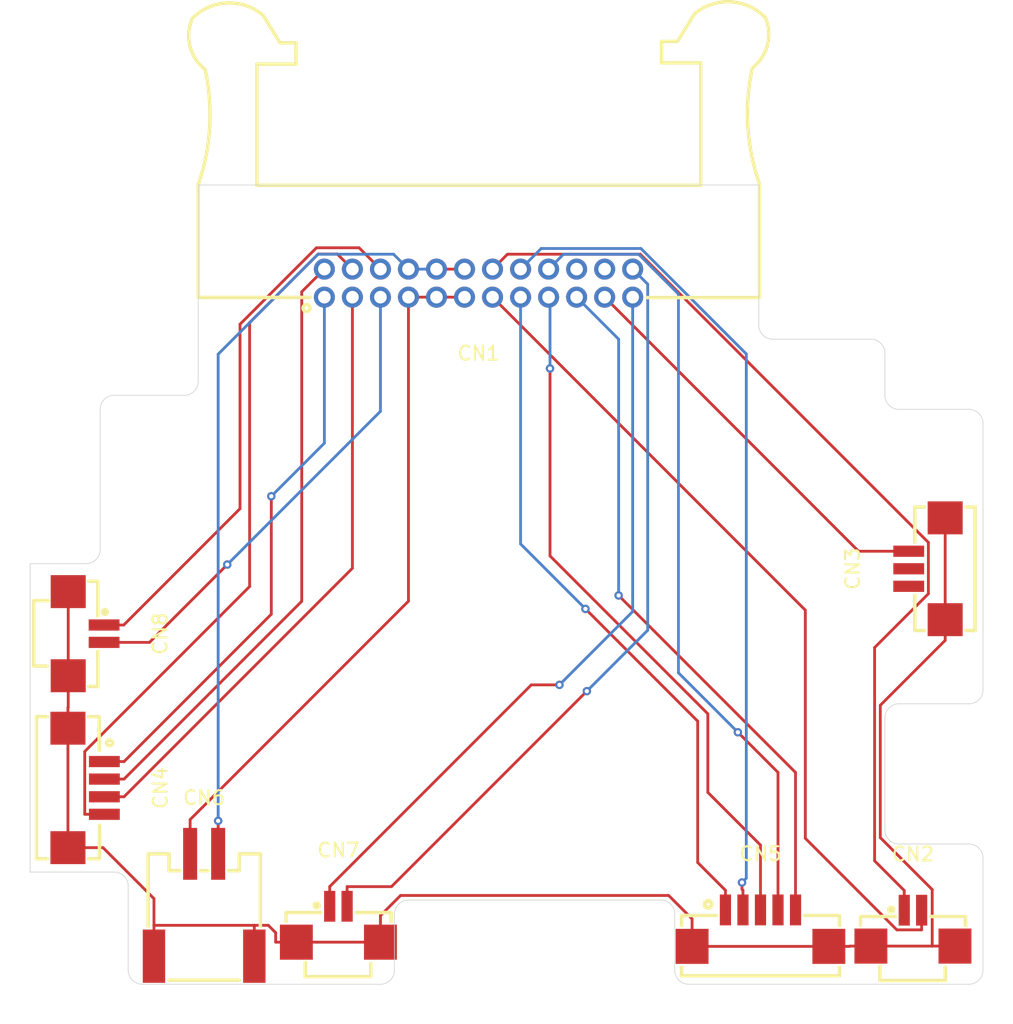
<source format=kicad_pcb>
(kicad_pcb (version 20240108) (generator "pcbnew") (generator_version "8.0")
  (layers (0 "F.Cu" signal) (31 "B.Cu" signal) (34 "B.Paste" user) (35 "F.Paste" user) (36 "B.SilkS" user "B.Silkscreen") (37 "F.SilkS" user "F.Silkscreen") (38 "B.Mask" user) (39 "F.Mask" user) (44 "Edge.Cuts" user))
  (net 0 "")
  (net 1 "Probe #2")
  (net 2 "Probe #1")
  (net 3 "Heater-")
  (net 4 "Heater+")
  (net 5 "Empty \"DET\" #1")
  (net 6 "Probe #4")
  (net 7 "Part Cooling Fan+")
  (net 8 "E Motor #1")
  (net 9 "Termistor-")
  (net 10 "Part Cooling Fan-")
  (net 11 "Empty \"DET\" #2")
  (net 12 "Fan+")
  (net 13 "Thermistor+")
  (net 14 "E Motor #3")
  (net 15 "E Motor #2")
  (net 16 "Probe #3")
  (net 17 "Empty \"DET\" #3")
  (net 18 "Probe #5")
  (net 19 "E Motor #4")
  (net 20 "Fan-")
  (net 21 "GND")
  (footprint "easyeda2kicad:CONN-SMD_2P-P2.00_XKB_X2011WRS-02A-9TSN" (layer "F.Cu") (at 131.42 110.35)
    (property "Reference" "CN6" (at 0 -7.65 0) (layer "F.SilkS"))
    (property "Value" "X2011WRS-02A-9TSN")
    (fp_line (start -4 -3.65) (end -4 1.5) (stroke (width 0.25)) (layer "F.SilkS"))
    (fp_line (start -4 -3.65) (end -2.5 -3.65) (stroke (width 0.25)) (layer "F.SilkS"))
    (fp_line (start -2.5 -3.65) (end -2.5 -2.45) (stroke (width 0.25)) (layer "F.SilkS"))
    (fp_line (start -2.5 -2.45) (end -1.73 -2.45) (stroke (width 0.25)) (layer "F.SilkS"))
    (fp_line (start -2.49 5.36) (end 2.51 5.36) (stroke (width 0.25)) (layer "F.SilkS"))
    (fp_line (start -0.27 -2.45) (end 0.27 -2.45) (stroke (width 0.25)) (layer "F.SilkS"))
    (fp_line (start 1.73 -2.45) (end 2.5 -2.45) (stroke (width 0.25)) (layer "F.SilkS"))
    (fp_line (start 2.5 -3.65) (end 4.01 -3.65) (stroke (width 0.25)) (layer "F.SilkS"))
    (fp_line (start 2.5 -2.45) (end 2.5 -3.65) (stroke (width 0.25)) (layer "F.SilkS"))
    (fp_line (start 4.01 -3.65) (end 4.01 1.53) (stroke (width 0.25)) (layer "F.SilkS"))
    (pad "1" smd rect (at -1 -3.65) (size 1 3.7) (layers "F.Cu" "F.Paste" "F.Mask") (net 4 "Heater+"))
    (pad "2" smd rect (at 1 -3.65) (size 1 3.7) (layers "F.Cu" "F.Paste" "F.Mask") (net 3 "Heater-"))
    (pad "3" smd rect (at 3.58 3.65) (size 1.6 3.8) (layers "F.Cu" "F.Paste" "F.Mask") (net 21 "GND"))
    (pad "4" smd rect (at -3.58 3.65) (size 1.6 3.8) (layers "F.Cu" "F.Paste" "F.Mask") (net 21 "GND"))
  )
  (footprint "easyeda2kicad:CONN-SMD_HC-1.25-3PWT" (layer "F.Cu") (at 183 86.37 90)
    (property "Reference" "CN3" (at 0 -5.3 -90) (layer "F.SilkS"))
    (property "Value" "HC-1.25-3PWT")
    (fp_line (start 4.4 -0.87) (end 4.4 -0.67) (stroke (width 0.25)) (layer "F.SilkS"))
    (fp_line (start 1.89 -0.87) (end 4.4 -0.87) (stroke (width 0.25)) (layer "F.SilkS"))
    (fp_line (start -4.4 -0.87) (end -1.88 -0.87) (stroke (width 0.25)) (layer "F.SilkS"))
    (fp_line (start 4.4 -0.77) (end 4.4 -0.18) (stroke (width 0.25)) (layer "F.SilkS"))
    (fp_line (start -4.4 -0.18) (end -4.4 -0.87) (stroke (width 0.25)) (layer "F.SilkS"))
    (fp_line (start 4.4 2.78) (end 4.4 3.43) (stroke (width 0.25)) (layer "F.SilkS"))
    (fp_line (start 4.4 3.43) (end -4.4 3.43) (stroke (width 0.25)) (layer "F.SilkS"))
    (fp_line (start -4.4 3.43) (end -4.4 2.78) (stroke (width 0.25)) (layer "F.SilkS"))
    (pad "1" smd rect (at -1.25 -1.3 90) (size 0.8 2.2) (layers "F.Cu" "F.Paste" "F.Mask") (net 5 "Empty \"DET\" #1"))
    (pad "2" smd rect (at 0 -1.3 90) (size 0.8 2.2) (layers "F.Cu" "F.Paste" "F.Mask") (net 11 "Empty \"DET\" #2"))
    (pad "3" smd rect (at 1.25 -1.3 90) (size 0.8 2.2) (layers "F.Cu" "F.Paste" "F.Mask") (net 17 "Empty \"DET\" #3"))
    (pad "4" smd rect (at -3.63 1.3 90) (size 2.35 2.5) (layers "F.Cu" "F.Paste" "F.Mask") (net 21 "GND"))
    (pad "5" smd rect (at 3.63 1.3 90) (size 2.35 2.5) (layers "F.Cu" "F.Paste" "F.Mask") (net 21 "GND"))
  )
  (footprint "easyeda2kicad:IDC-TH_24P-P2.00_B-3102R24P-A000" (layer "F.Cu") (at 151 66 180)
    (property "Reference" "CN1" (at 0 -5 180) (layer "F.SilkS"))
    (property "Value" "B-3102R24P-A000")
    (fp_line (start 20 7.03) (end 20 -1.02) (stroke (width 0.25)) (layer "F.SilkS"))
    (fp_line (start 20 -1.02) (end 12.01 -1.02) (stroke (width 0.25)) (layer "F.SilkS"))
    (fp_line (start 15.82 15.62) (end 13.03 15.62) (stroke (width 0.25)) (layer "F.SilkS"))
    (fp_line (start 15.82 6.98) (end 15.82 15.62) (stroke (width 0.25)) (layer "F.SilkS"))
    (fp_line (start 14.17 17.14) (end 15.37 19.1) (stroke (width 0.25)) (layer "F.SilkS"))
    (fp_line (start 13.03 17.14) (end 14.17 17.14) (stroke (width 0.25)) (layer "F.SilkS"))
    (fp_line (start 13.03 15.62) (end 13.03 17.14) (stroke (width 0.25)) (layer "F.SilkS"))
    (fp_line (start -13.06 17.24) (end -13.06 15.71) (stroke (width 0.25)) (layer "F.SilkS"))
    (fp_line (start -13.06 15.71) (end -15.86 15.71) (stroke (width 0.25)) (layer "F.SilkS"))
    (fp_line (start -14.2 17.24) (end -13.06 17.24) (stroke (width 0.25)) (layer "F.SilkS"))
    (fp_line (start -15.4 19.19) (end -14.2 17.24) (stroke (width 0.25)) (layer "F.SilkS"))
    (fp_line (start -15.86 15.71) (end -15.86 6.98) (stroke (width 0.25)) (layer "F.SilkS"))
    (fp_line (start -15.86 6.98) (end 15.82 6.98) (stroke (width 0.25)) (layer "F.SilkS"))
    (fp_line (start -20.05 7.08) (end -20.05 -1.03) (stroke (width 0.25)) (layer "F.SilkS"))
    (fp_line (start -20.05 -1.03) (end -12.06 -1.03) (stroke (width 0.25)) (layer "F.SilkS"))
    (fp_arc (start 20.457202 18.849651) (mid 17.963079 19.98024) (end 15.37 19.1) (stroke (width 0.25)) (layer "F.SilkS"))
    (fp_arc (start 19.514557 15.247443) (mid 20.598805 16.929051) (end 20.4 18.92) (stroke (width 0.25)) (layer "F.SilkS"))
    (fp_arc (start 19.510641 15.244747) (mid 19.190436 11.076943) (end 20.02 6.98) (stroke (width 0.25)) (layer "F.SilkS"))
    (fp_arc (start -15.4 19.19) (mid -17.990376 20.063402) (end -20.477852 18.929672) (stroke (width 0.25)) (layer "F.SilkS"))
    (fp_arc (start -20.05 7.08) (mid -19.220384 11.168932) (end -19.5369 15.329154) (stroke (width 0.25)) (layer "F.SilkS"))
    (fp_arc (start -20.43 19.02) (mid -20.625184 17.016891) (end -19.527143 15.330224) (stroke (width 0.25)) (layer "F.SilkS"))
    (fp_circle (center 12.27 -1.78) (end 12.52 -1.78) (stroke (width 0.25)) (fill none) (layer "F.SilkS"))
    (pad "1" thru_hole circle (at 11 -1 90) (size 1.5 1.5) (drill 0.900024) (layers "*.Cu" "*.Mask") (net 8 "E Motor #1"))
    (pad "2" thru_hole circle (at 11 1 90) (size 1.5 1.5) (drill 0.900024) (layers "*.Cu" "*.Mask") (net 15 "E Motor #2"))
    (pad "3" thru_hole circle (at 9 -1 90) (size 1.5 1.5) (drill 0.900024) (layers "*.Cu" "*.Mask") (net 14 "E Motor #3"))
    (pad "4" thru_hole circle (at 9 1 90) (size 1.5 1.5) (drill 0.900024) (layers "*.Cu" "*.Mask") (net 19 "E Motor #4"))
    (pad "5" thru_hole circle (at 7 -1 90) (size 1.5 1.5) (drill 0.900024) (layers "*.Cu" "*.Mask") (net 20 "Fan-"))
    (pad "6" thru_hole circle (at 7 1 90) (size 1.5 1.5) (drill 0.900024) (layers "*.Cu" "*.Mask") (net 12 "Fan+"))
    (pad "7" thru_hole circle (at 5 -1 90) (size 1.5 1.5) (drill 0.900024) (layers "*.Cu" "*.Mask") (net 4 "Heater+"))
    (pad "8" thru_hole circle (at 5 1 90) (size 1.5 1.5) (drill 0.900024) (layers "*.Cu" "*.Mask") (net 3 "Heater-"))
    (pad "9" thru_hole circle (at 3 -1 90) (size 1.5 1.5) (drill 0.900024) (layers "*.Cu" "*.Mask") (net 4 "Heater+"))
    (pad "10" thru_hole circle (at 3 1 90) (size 1.5 1.5) (drill 0.900024) (layers "*.Cu" "*.Mask") (net 3 "Heater-"))
    (pad "11" thru_hole circle (at 1 -1 90) (size 1.5 1.5) (drill 0.900024) (layers "*.Cu" "*.Mask") (net 4 "Heater+"))
    (pad "12" thru_hole circle (at 1 1 90) (size 1.5 1.5) (drill 0.900024) (layers "*.Cu" "*.Mask") (net 3 "Heater-"))
    (pad "13" thru_hole circle (at -1 -1 90) (size 1.5 1.5) (drill 0.900024) (layers "*.Cu" "*.Mask") (net 10 "Part Cooling Fan-"))
    (pad "14" thru_hole circle (at -1 1 90) (size 1.5 1.5) (drill 0.900024) (layers "*.Cu" "*.Mask") (net 7 "Part Cooling Fan+"))
    (pad "15" thru_hole circle (at -3 -1 90) (size 1.5 1.5) (drill 0.900024) (layers "*.Cu" "*.Mask") (net 2 "Probe #1"))
    (pad "16" thru_hole circle (at -3 1 90) (size 1.5 1.5) (drill 0.900024) (layers "*.Cu" "*.Mask") (net 1 "Probe #2"))
    (pad "17" thru_hole circle (at -5 -1 90) (size 1.5 1.5) (drill 0.900024) (layers "*.Cu" "*.Mask") (net 16 "Probe #3"))
    (pad "18" thru_hole circle (at -5 1 90) (size 1.5 1.5) (drill 0.900024) (layers "*.Cu" "*.Mask") (net 6 "Probe #4"))
    (pad "19" thru_hole circle (at -7 -1 90) (size 1.5 1.5) (drill 0.900024) (layers "*.Cu" "*.Mask") (net 18 "Probe #5"))
    (pad "20" thru_hole circle (at -7 1 90) (size 1.5 1.5) (drill 0.900024) (layers "*.Cu" "*.Mask") (net 5 "Empty \"DET\" #1"))
    (pad "21" thru_hole circle (at -9 -1 90) (size 1.5 1.5) (drill 0.900024) (layers "*.Cu" "*.Mask") (net 17 "Empty \"DET\" #3"))
    (pad "22" thru_hole circle (at -9 1 90) (size 1.5 1.5) (drill 0.900024) (layers "*.Cu" "*.Mask") (net 11 "Empty \"DET\" #2"))
    (pad "23" thru_hole circle (at -11 -1 90) (size 1.5 1.5) (drill 0.900024) (layers "*.Cu" "*.Mask") (net 13 "Thermistor+"))
    (pad "24" thru_hole circle (at -11 1 90) (size 1.5 1.5) (drill 0.900024) (layers "*.Cu" "*.Mask") (net 9 "Termistor-"))
  )
  (footprint "easyeda2kicad:CONN-SMD_2P-P1.25-HC-1.25-2PWT" (layer "F.Cu") (at 123 91 -90)
    (property "Reference" "CN8" (at 0 -5.28 90) (layer "F.SilkS"))
    (property "Value" "HC-1.25-2PWT")
    (fp_line (start -2.36 3.74) (end 2.31 3.74) (stroke (width 0.25)) (layer "F.SilkS"))
    (fp_line (start 2.31 3.74) (end 2.31 2.79) (stroke (width 0.25)) (layer "F.SilkS"))
    (fp_line (start -2.36 2.7) (end -2.36 3.74) (stroke (width 0.25)) (layer "F.SilkS"))
    (fp_line (start 3.76 -0.19) (end 3.76 -0.83) (stroke (width 0.25)) (layer "F.SilkS"))
    (fp_line (start -3.74 -0.83) (end -3.74 -0.19) (stroke (width 0.25)) (layer "F.SilkS"))
    (fp_line (start -1.25 -0.83) (end -3.74 -0.83) (stroke (width 0.25)) (layer "F.SilkS"))
    (fp_line (start 3.76 -0.83) (end 1.26 -0.83) (stroke (width 0.25)) (layer "F.SilkS"))
    (fp_circle (center -1.55 -1.33) (end -1.4 -1.33) (stroke (width 0.3)) (fill none) (layer "F.SilkS"))
    (pad "1" smd rect (at -0.62 -1.28 270) (size 0.8 2.2) (layers "F.Cu" "F.Paste" "F.Mask") (net 12 "Fan+"))
    (pad "2" smd rect (at 0.62 -1.28 270) (size 0.8 2.2) (layers "F.Cu" "F.Paste" "F.Mask") (net 20 "Fan-"))
    (pad "3" smd rect (at -3 1.28 180) (size 2.5 2.35) (layers "F.Cu" "F.Paste" "F.Mask") (net 21 "GND"))
    (pad "4" smd rect (at 3 1.28) (size 2.5 2.35) (layers "F.Cu" "F.Paste" "F.Mask") (net 21 "GND"))
  )
  (footprint "easyeda2kicad:CONN-SMD_2P-P1.25-HC-1.25-2PWT" (layer "F.Cu") (at 141 111.72)
    (property "Reference" "CN7" (at 0 -5.28 0) (layer "F.SilkS"))
    (property "Value" "HC-1.25-2PWT")
    (fp_line (start -3.74 -0.83) (end -3.74 -0.19) (stroke (width 0.25)) (layer "F.SilkS"))
    (fp_line (start -2.36 2.7) (end -2.36 3.74) (stroke (width 0.25)) (layer "F.SilkS"))
    (fp_line (start -2.36 3.74) (end 2.31 3.74) (stroke (width 0.25)) (layer "F.SilkS"))
    (fp_line (start -1.25 -0.83) (end -3.74 -0.83) (stroke (width 0.25)) (layer "F.SilkS"))
    (fp_line (start 2.31 3.74) (end 2.31 2.79) (stroke (width 0.25)) (layer "F.SilkS"))
    (fp_line (start 3.76 -0.83) (end 1.26 -0.83) (stroke (width 0.25)) (layer "F.SilkS"))
    (fp_line (start 3.76 -0.19) (end 3.76 -0.83) (stroke (width 0.25)) (layer "F.SilkS"))
    (fp_circle (center -1.55 -1.33) (end -1.4 -1.33) (stroke (width 0.3)) (fill none) (layer "F.SilkS"))
    (pad "1" smd rect (at -0.62 -1.28) (size 0.8 2.2) (layers "F.Cu" "F.Paste" "F.Mask") (net 13 "Thermistor+"))
    (pad "2" smd rect (at 0.62 -1.28) (size 0.8 2.2) (layers "F.Cu" "F.Paste" "F.Mask") (net 9 "Termistor-"))
    (pad "3" smd rect (at -3 1.28 270) (size 2.5 2.35) (layers "F.Cu" "F.Paste" "F.Mask") (net 21 "GND"))
    (pad "4" smd rect (at 3 1.28 90) (size 2.5 2.35) (layers "F.Cu" "F.Paste" "F.Mask") (net 21 "GND"))
  )
  (footprint "easyeda2kicad:CONN-SMD_5P-P1.25_HCTL_HC-1.25-5PWT" (layer "F.Cu") (at 171.12 112)
    (property "Reference" "CN5" (at 0 -5.3 0) (layer "F.SilkS"))
    (property "Value" "HC-1.25-5PWT")
    (fp_line (start -5.63 -0.9) (end -3.13 -0.9) (stroke (width 0.25)) (layer "F.SilkS"))
    (fp_line (start -5.63 -0.18) (end -5.63 -0.9) (stroke (width 0.25)) (layer "F.SilkS"))
    (fp_line (start -5.63 -0.18) (end -5.63 -0.2) (stroke (width 0.25)) (layer "F.SilkS"))
    (fp_line (start -5.63 3.4) (end -5.63 2.78) (stroke (width 0.25)) (layer "F.SilkS"))
    (fp_line (start 5.63 -0.9) (end 3.13 -0.9) (stroke (width 0.25)) (layer "F.SilkS"))
    (fp_line (start 5.63 -0.18) (end 5.63 -0.9) (stroke (width 0.25)) (layer "F.SilkS"))
    (fp_line (start 5.63 3.4) (end -5.63 3.4) (stroke (width 0.25)) (layer "F.SilkS"))
    (fp_line (start 5.63 3.4) (end 5.63 2.78) (stroke (width 0.25)) (layer "F.SilkS"))
    (fp_circle (center -3.73 -1.7) (end -3.48 -1.7) (stroke (width 0.3)) (fill none) (layer "F.SilkS"))
    (pad "1" smd rect (at -2.5 -1.3) (size 0.8 2.2) (layers "F.Cu" "F.Paste" "F.Mask") (net 2 "Probe #1"))
    (pad "2" smd rect (at -1.25 -1.3) (size 0.8 2.2) (layers "F.Cu" "F.Paste" "F.Mask") (net 1 "Probe #2"))
    (pad "3" smd rect (at 0 -1.3) (size 0.8 2.2) (layers "F.Cu" "F.Paste" "F.Mask") (net 16 "Probe #3"))
    (pad "4" smd rect (at 1.25 -1.3) (size 0.8 2.2) (layers "F.Cu" "F.Paste" "F.Mask") (net 6 "Probe #4"))
    (pad "5" smd rect (at 2.5 -1.3) (size 0.8 2.2) (layers "F.Cu" "F.Paste" "F.Mask") (net 18 "Probe #5"))
    (pad "6" smd rect (at 4.88 1.3) (size 2.35 2.5) (layers "F.Cu" "F.Paste" "F.Mask") (net 21 "GND"))
    (pad "7" smd rect (at -4.88 1.3) (size 2.35 2.5) (layers "F.Cu" "F.Paste" "F.Mask") (net 21 "GND"))
  )
  (footprint "easyeda2kicad:CONN-SMD_2P-P1.25-HC-1.25-2PWT" (layer "F.Cu") (at 182 112)
    (property "Reference" "CN2" (at 0 -5.28 0) (layer "F.SilkS"))
    (property "Value" "HC-1.25-2PWT")
    (fp_line (start -3.74 -0.83) (end -3.74 -0.19) (stroke (width 0.25)) (layer "F.SilkS"))
    (fp_line (start -2.36 2.7) (end -2.36 3.74) (stroke (width 0.25)) (layer "F.SilkS"))
    (fp_line (start -2.36 3.74) (end 2.31 3.74) (stroke (width 0.25)) (layer "F.SilkS"))
    (fp_line (start -1.25 -0.83) (end -3.74 -0.83) (stroke (width 0.25)) (layer "F.SilkS"))
    (fp_line (start 2.31 3.74) (end 2.31 2.79) (stroke (width 0.25)) (layer "F.SilkS"))
    (fp_line (start 3.76 -0.83) (end 1.26 -0.83) (stroke (width 0.25)) (layer "F.SilkS"))
    (fp_line (start 3.76 -0.19) (end 3.76 -0.83) (stroke (width 0.25)) (layer "F.SilkS"))
    (fp_circle (center -1.55 -1.33) (end -1.4 -1.33) (stroke (width 0.3)) (fill none) (layer "F.SilkS"))
    (pad "1" smd rect (at -0.62 -1.28) (size 0.8 2.2) (layers "F.Cu" "F.Paste" "F.Mask") (net 7 "Part Cooling Fan+"))
    (pad "2" smd rect (at 0.62 -1.28) (size 0.8 2.2) (layers "F.Cu" "F.Paste" "F.Mask") (net 10 "Part Cooling Fan-"))
    (pad "3" smd rect (at -3 1.28 270) (size 2.5 2.35) (layers "F.Cu" "F.Paste" "F.Mask") (net 21 "GND"))
    (pad "4" smd rect (at 3 1.28 90) (size 2.5 2.35) (layers "F.Cu" "F.Paste" "F.Mask") (net 21 "GND"))
  )
  (footprint "easyeda2kicad:CONN-SMD_4P-P1.25-HC-1.25-4PWT" (layer "F.Cu") (at 123 102 -90)
    (property "Reference" "CN4" (at 0 -5.3 90) (layer "F.SilkS"))
    (property "Value" "HC-1.25-4PWT")
    (fp_line (start -5.08 3.55) (end -5.08 2.78) (stroke (width 0.25)) (layer "F.SilkS"))
    (fp_line (start 5.05 3.55) (end -5.08 3.55) (stroke (width 0.25)) (layer "F.SilkS"))
    (fp_line (start 5.05 2.78) (end 5.05 3.55) (stroke (width 0.25)) (layer "F.SilkS"))
    (fp_line (start -5.08 -0.18) (end -5.08 -0.93) (stroke (width 0.25)) (layer "F.SilkS"))
    (fp_line (start -5.08 -0.93) (end -2.67 -0.93) (stroke (width 0.25)) (layer "F.SilkS"))
    (fp_line (start 2.65 -0.95) (end 5.05 -0.95) (stroke (width 0.25)) (layer "F.SilkS"))
    (fp_line (start 5.05 -0.95) (end 5.05 -0.18) (stroke (width 0.25)) (layer "F.SilkS"))
    (fp_circle (center -3.21 -1.67) (end -3 -1.67) (stroke (width 0.25)) (fill none) (layer "F.SilkS"))
    (pad "1" smd rect (at -1.88 -1.3) (size 2.2 0.8) (layers "F.Cu" "F.Paste" "F.Mask") (net 8 "E Motor #1"))
    (pad "2" smd rect (at -0.63 -1.3) (size 2.2 0.8) (layers "F.Cu" "F.Paste" "F.Mask") (net 15 "E Motor #2"))
    (pad "3" smd rect (at 0.63 -1.3) (size 2.2 0.8) (layers "F.Cu" "F.Paste" "F.Mask") (net 14 "E Motor #3"))
    (pad "4" smd rect (at 1.88 -1.3) (size 2.2 0.8) (layers "F.Cu" "F.Paste" "F.Mask") (net 19 "E Motor #4"))
    (pad "5" smd rect (at 4.26 1.3 90) (size 2.35 2.5) (layers "F.Cu" "F.Paste" "F.Mask") (net 21 "GND"))
    (pad "6" smd rect (at -4.26 1.3 90) (size 2.35 2.5) (layers "F.Cu" "F.Paste" "F.Mask") (net 21 "GND"))
  )
  (gr_line (start 119 86) (end 123 86) (stroke (width 0.05)) (layer "Edge.Cuts"))
  (gr_line (start 144 116) (end 127 116) (stroke (width 0.05)) (layer "Edge.Cuts"))
  (gr_arc (start 164 110) (mid 164.707107 110.292893) (end 165 111) (stroke (width 0.05)) (layer "Edge.Cuts"))
  (gr_arc (start 127 116) (mid 126.292893 115.707107) (end 126 115) (stroke (width 0.05)) (layer "Edge.Cuts"))
  (gr_arc (start 179 70) (mid 179.707107 70.292893) (end 180 71) (stroke (width 0.05)) (layer "Edge.Cuts"))
  (gr_line (start 187 107) (end 187 115) (stroke (width 0.05)) (layer "Edge.Cuts"))
  (gr_arc (start 186 106) (mid 186.707107 106.292893) (end 187 107) (stroke (width 0.05)) (layer "Edge.Cuts"))
  (gr_line (start 181 75) (end 186 75) (stroke (width 0.05)) (layer "Edge.Cuts"))
  (gr_arc (start 145 115) (mid 144.707107 115.707107) (end 144 116) (stroke (width 0.05)) (layer "Edge.Cuts"))
  (gr_arc (start 186 75) (mid 186.707107 75.292893) (end 187 76) (stroke (width 0.05)) (layer "Edge.Cuts"))
  (gr_line (start 145 115) (end 145 111) (stroke (width 0.05)) (layer "Edge.Cuts"))
  (gr_arc (start 124 85) (mid 123.707107 85.707107) (end 123 86) (stroke (width 0.05)) (layer "Edge.Cuts"))
  (gr_arc (start 180 97) (mid 180.292893 96.292893) (end 181 96) (stroke (width 0.05)) (layer "Edge.Cuts"))
  (gr_line (start 180 97) (end 180 105) (stroke (width 0.05)) (layer "Edge.Cuts"))
  (gr_line (start 181 106) (end 186 106) (stroke (width 0.05)) (layer "Edge.Cuts"))
  (gr_line (start 125 74) (end 130 74) (stroke (width 0.05)) (layer "Edge.Cuts"))
  (gr_arc (start 187 95) (mid 186.707107 95.707107) (end 186 96) (stroke (width 0.05)) (layer "Edge.Cuts"))
  (gr_line (start 186 96) (end 181 96) (stroke (width 0.05)) (layer "Edge.Cuts"))
  (gr_arc (start 125 108) (mid 125.707107 108.292893) (end 126 109) (stroke (width 0.05)) (layer "Edge.Cuts"))
  (gr_line (start 124 85) (end 124 75) (stroke (width 0.05)) (layer "Edge.Cuts"))
  (gr_arc (start 124 75) (mid 124.292893 74.292893) (end 125 74) (stroke (width 0.05)) (layer "Edge.Cuts"))
  (gr_line (start 125 108) (end 119 108) (stroke (width 0.05)) (layer "Edge.Cuts"))
  (gr_arc (start 187 115) (mid 186.707107 115.707107) (end 186 116) (stroke (width 0.05)) (layer "Edge.Cuts"))
  (gr_line (start 131 59) (end 171 59) (stroke (width 0.05)) (layer "Edge.Cuts"))
  (gr_line (start 171 59) (end 171 69) (stroke (width 0.05)) (layer "Edge.Cuts"))
  (gr_line (start 187 76) (end 187 95) (stroke (width 0.05)) (layer "Edge.Cuts"))
  (gr_arc (start 145 111) (mid 145.292893 110.292893) (end 146 110) (stroke (width 0.05)) (layer "Edge.Cuts"))
  (gr_line (start 131 70) (end 131 59) (stroke (width 0.05)) (layer "Edge.Cuts"))
  (gr_line (start 126 115) (end 126 109) (stroke (width 0.05)) (layer "Edge.Cuts"))
  (gr_line (start 186 116) (end 166 116) (stroke (width 0.05)) (layer "Edge.Cuts"))
  (gr_line (start 172 70) (end 179 70) (stroke (width 0.05)) (layer "Edge.Cuts"))
  (gr_arc (start 181 75) (mid 180.292893 74.707107) (end 180 74) (stroke (width 0.05)) (layer "Edge.Cuts"))
  (gr_arc (start 172 70) (mid 171.292893 69.707107) (end 171 69) (stroke (width 0.05)) (layer "Edge.Cuts"))
  (gr_arc (start 166 116) (mid 165.292893 115.707107) (end 165 115) (stroke (width 0.05)) (layer "Edge.Cuts"))
  (gr_line (start 165 115) (end 165 111) (stroke (width 0.05)) (layer "Edge.Cuts"))
  (gr_arc (start 181 106) (mid 180.292893 105.707107) (end 180 105) (stroke (width 0.05)) (layer "Edge.Cuts"))
  (gr_line (start 164 110) (end 146 110) (stroke (width 0.05)) (layer "Edge.Cuts"))
  (gr_line (start 119 108) (end 119 86) (stroke (width 0.05)) (layer "Edge.Cuts"))
  (gr_arc (start 131 73) (mid 130.707107 73.707107) (end 130 74) (stroke (width 0.05)) (layer "Edge.Cuts"))
  (gr_line (start 180 71) (end 180 74) (stroke (width 0.05)) (layer "Edge.Cuts"))
  (gr_line (start 131 73) (end 131 70) (stroke (width 0.05)) (layer "Edge.Cuts"))
  (segment (start 169.87 109.2983) (end 169.8017 109.23) (width 0.2) (layer "F.Cu") (net 1))
  (segment (start 169.87 110.7) (end 169.87 109.2983) (width 0.2) (layer "F.Cu") (net 1))
  (segment (start 169.8017 109.23) (end 169.8017 108.744) (width 0.2) (layer "F.Cu") (net 1))
  (via (at 169.8017 108.744) (size 0.6) (drill 0.3) (layers "F.Cu" "B.Cu") (net 1))
  (segment (start 170.1076 71.0476) (end 170.1076 108.4381) (width 0.2) (layer "B.Cu") (net 1))
  (segment (start 162.5893 63.5293) (end 170.1076 71.0476) (width 0.2) (layer "B.Cu") (net 1))
  (segment (start 170.1076 108.4381) (end 169.8017 108.744) (width 0.2) (layer "B.Cu") (net 1))
  (segment (start 154 65) (end 155.4707 63.5293) (width 0.2) (layer "B.Cu") (net 1))
  (segment (start 155.4707 63.5293) (end 162.5893 63.5293) (width 0.2) (layer "B.Cu") (net 1))
  (segment (start 166.6402 97.2409) (end 166.6402 107.3185) (width 0.2) (layer "F.Cu") (net 2))
  (segment (start 158.6304 89.2311) (end 166.6402 97.2409) (width 0.2) (layer "F.Cu") (net 2))
  (segment (start 168.62 110.7) (end 168.62 109.2983) (width 0.2) (layer "F.Cu") (net 2))
  (segment (start 166.6402 107.3185) (end 168.62 109.2983) (width 0.2) (layer "F.Cu") (net 2))
  (via (at 158.6304 89.2311) (size 0.6) (drill 0.3) (layers "F.Cu" "B.Cu") (net 2))
  (segment (start 154 84.6007) (end 158.6304 89.2311) (width 0.2) (layer "B.Cu") (net 2))
  (segment (start 154 67) (end 154 84.6007) (width 0.2) (layer "B.Cu") (net 2))
  (segment (start 150 65) (end 148 65) (width 0.2) (layer "F.Cu") (net 3))
  (segment (start 132.42 106.7) (end 132.42 104.5483) (width 0.2) (layer "F.Cu") (net 3))
  (segment (start 132.42 104.5483) (end 132.42 104.347) (width 0.2) (layer "F.Cu") (net 3))
  (via (at 132.42 104.347) (size 0.6) (drill 0.3) (layers "F.Cu" "B.Cu") (net 3))
  (segment (start 144.9354 63.9354) (end 139.5511 63.9354) (width 0.2) (layer "B.Cu") (net 3))
  (segment (start 146 65) (end 144.9354 63.9354) (width 0.2) (layer "B.Cu") (net 3))
  (segment (start 148 65) (end 146 65) (width 0.2) (layer "B.Cu") (net 3))
  (segment (start 132.42 71.0665) (end 132.42 104.347) (width 0.2) (layer "B.Cu") (net 3))
  (segment (start 139.5511 63.9354) (end 132.42 71.0665) (width 0.2) (layer "B.Cu") (net 3))
  (segment (start 148 67) (end 146 67) (width 0.2) (layer "F.Cu") (net 4))
  (segment (start 146 67) (end 146 88.6783) (width 0.2) (layer "F.Cu") (net 4))
  (segment (start 150 67) (end 148 67) (width 0.2) (layer "F.Cu") (net 4))
  (segment (start 130.42 104.2583) (end 130.42 106.7) (width 0.2) (layer "F.Cu") (net 4))
  (segment (start 146 88.6783) (end 130.42 104.2583) (width 0.2) (layer "F.Cu") (net 4))
  (segment (start 169.5059 98.0307) (end 172.37 100.8948) (width 0.2) (layer "F.Cu") (net 6))
  (segment (start 172.37 100.8948) (end 172.37 110.7) (width 0.2) (layer "F.Cu") (net 6))
  (via (at 169.5059 98.0307) (size 0.6) (drill 0.3) (layers "F.Cu" "B.Cu") (net 6))
  (segment (start 156 65) (end 157.0604 63.9396) (width 0.2) (layer "B.Cu") (net 6))
  (segment (start 165.2662 66.7776) (end 165.2662 93.7911) (width 0.2) (layer "B.Cu") (net 6))
  (segment (start 165.2663 93.7911) (end 169.5059 98.0307) (width 0.2) (layer "B.Cu") (net 6))
  (segment (start 165.2662 93.7911) (end 165.2663 93.7911) (width 0.2) (layer "B.Cu") (net 6))
  (segment (start 162.4282 63.9396) (end 165.2662 66.7776) (width 0.2) (layer "B.Cu") (net 6))
  (segment (start 157.0604 63.9396) (end 162.4282 63.9396) (width 0.2) (layer "B.Cu") (net 6))
  (segment (start 181.38 110.72) (end 181.38 109.3183) (width 0.2) (layer "F.Cu") (net 7))
  (segment (start 183.1017 88.155) (end 179.2646 91.9921) (width 0.2) (layer "F.Cu") (net 7))
  (segment (start 179.2646 107.2029) (end 181.38 109.3183) (width 0.2) (layer "F.Cu") (net 7))
  (segment (start 183.1017 84.4942) (end 183.1017 88.155) (width 0.2) (layer "F.Cu") (net 7))
  (segment (start 162.5428 63.9353) (end 183.1017 84.4942) (width 0.2) (layer "F.Cu") (net 7))
  (segment (start 152 65) (end 153.0647 63.9353) (width 0.2) (layer "F.Cu") (net 7))
  (segment (start 153.0647 63.9353) (end 162.5428 63.9353) (width 0.2) (layer "F.Cu") (net 7))
  (segment (start 179.2646 91.9921) (end 179.2646 107.2029) (width 0.2) (layer "F.Cu") (net 7))
  (segment (start 136.2117 81.1997) (end 136.2117 89.61) (width 0.2) (layer "F.Cu") (net 8))
  (segment (start 124.3 100.12) (end 125.7017 100.12) (width 0.2) (layer "F.Cu") (net 8))
  (segment (start 136.2117 89.61) (end 125.7017 100.12) (width 0.2) (layer "F.Cu") (net 8))
  (via (at 136.2117 81.1997) (size 0.6) (drill 0.3) (layers "F.Cu" "B.Cu") (net 8))
  (segment (start 140 77.4114) (end 136.2117 81.1997) (width 0.2) (layer "B.Cu") (net 8))
  (segment (start 140 67) (end 140 77.4114) (width 0.2) (layer "B.Cu") (net 8))
  (segment (start 141.62 109.0383) (end 144.7895 109.0383) (width 0.2) (layer "F.Cu") (net 9))
  (segment (start 141.62 110.44) (end 141.62 109.0383) (width 0.2) (layer "F.Cu") (net 9))
  (segment (start 144.7895 109.0383) (end 158.728 95.0998) (width 0.2) (layer "F.Cu") (net 9))
  (via (at 158.728 95.0998) (size 0.6) (drill 0.3) (layers "F.Cu" "B.Cu") (net 9))
  (segment (start 163.0722 66.0722) (end 163.0722 90.7556) (width 0.2) (layer "B.Cu") (net 9))
  (segment (start 162 65) (end 163.0722 66.0722) (width 0.2) (layer "B.Cu") (net 9))
  (segment (start 163.0722 90.7556) (end 158.728 95.0998) (width 0.2) (layer "B.Cu") (net 9))
  (segment (start 152 67) (end 174.3202 89.3202) (width 0.2) (layer "F.Cu") (net 10))
  (segment (start 182.62 110.72) (end 182.62 112.1217) (width 0.2) (layer "F.Cu") (net 10))
  (segment (start 174.3202 105.5929) (end 180.849 112.1217) (width 0.2) (layer "F.Cu") (net 10))
  (segment (start 174.3202 89.3202) (end 174.3202 105.5929) (width 0.2) (layer "F.Cu") (net 10))
  (segment (start 180.849 112.1217) (end 182.62 112.1217) (width 0.2) (layer "F.Cu") (net 10))
  (segment (start 124.28 90.38) (end 125.6817 90.38) (width 0.2) (layer "F.Cu") (net 12))
  (segment (start 139.4347 63.4779) (end 133.9803 68.9323) (width 0.2) (layer "F.Cu") (net 12))
  (segment (start 133.9803 68.9323) (end 133.9803 82.0814) (width 0.2) (layer "F.Cu") (net 12))
  (segment (start 142.4779 63.4779) (end 139.4347 63.4779) (width 0.2) (layer "F.Cu") (net 12))
  (segment (start 144 65) (end 142.4779 63.4779) (width 0.2) (layer "F.Cu") (net 12))
  (segment (start 133.9803 82.0814) (end 125.6817 90.38) (width 0.2) (layer "F.Cu") (net 12))
  (segment (start 154.7683 94.65) (end 140.38 109.0383) (width 0.2) (layer "F.Cu") (net 13))
  (segment (start 156.7745 94.65) (end 154.7683 94.65) (width 0.2) (layer "F.Cu") (net 13))
  (segment (start 140.38 110.44) (end 140.38 109.0383) (width 0.2) (layer "F.Cu") (net 13))
  (via (at 156.7745 94.65) (size 0.6) (drill 0.3) (layers "F.Cu" "B.Cu") (net 13))
  (segment (start 162 89.4245) (end 156.7745 94.65) (width 0.2) (layer "B.Cu") (net 13))
  (segment (start 162 67) (end 162 89.4245) (width 0.2) (layer "B.Cu") (net 13))
  (segment (start 142 67) (end 142 86.3317) (width 0.2) (layer "F.Cu") (net 14))
  (segment (start 124.3 102.63) (end 125.7017 102.63) (width 0.2) (layer "F.Cu") (net 14))
  (segment (start 142 86.3317) (end 125.7017 102.63) (width 0.2) (layer "F.Cu") (net 14))
  (segment (start 138.385 66.615) (end 140 65) (width 0.2) (layer "F.Cu") (net 15))
  (segment (start 125.7017 101.37) (end 138.385 88.6867) (width 0.2) (layer "F.Cu") (net 15))
  (segment (start 124.3 101.37) (end 125.7017 101.37) (width 0.2) (layer "F.Cu") (net 15))
  (segment (start 138.385 88.6867) (end 138.385 66.615) (width 0.2) (layer "F.Cu") (net 15))
  (segment (start 167.3638 102.3192) (end 167.3638 96.7152) (width 0.2) (layer "F.Cu") (net 16))
  (segment (start 167.3638 96.7152) (end 156.1007 85.4521) (width 0.2) (layer "F.Cu") (net 16))
  (segment (start 171.12 110.7) (end 171.12 106.0754) (width 0.2) (layer "F.Cu") (net 16))
  (segment (start 156.1007 85.4521) (end 156.1007 72.0862) (width 0.2) (layer "F.Cu") (net 16))
  (segment (start 171.12 106.0754) (end 167.3638 102.3192) (width 0.2) (layer "F.Cu") (net 16))
  (via (at 156.1007 72.0862) (size 0.6) (drill 0.3) (layers "F.Cu" "B.Cu") (net 16))
  (segment (start 156 67) (end 156.1007 67.1007) (width 0.2) (layer "B.Cu") (net 16))
  (segment (start 156.1007 67.1007) (end 156.1007 72.0862) (width 0.2) (layer "B.Cu") (net 16))
  (segment (start 160 67) (end 178.12 85.12) (width 0.2) (layer "F.Cu") (net 17))
  (segment (start 178.12 85.12) (end 181.7 85.12) (width 0.2) (layer "F.Cu") (net 17))
  (segment (start 173.62 100.8957) (end 160.9978 88.2735) (width 0.2) (layer "F.Cu") (net 18))
  (segment (start 173.62 110.7) (end 173.62 100.8957) (width 0.2) (layer "F.Cu") (net 18))
  (via (at 160.9978 88.2735) (size 0.6) (drill 0.3) (layers "F.Cu" "B.Cu") (net 18))
  (segment (start 160.9977 88.2735) (end 160.9978 88.2735) (width 0.2) (layer "B.Cu") (net 18))
  (segment (start 160.9977 69.9977) (end 160.9977 88.2735) (width 0.2) (layer "B.Cu") (net 18))
  (segment (start 158 67) (end 160.9977 69.9977) (width 0.2) (layer "B.Cu") (net 18))
  (segment (start 134.6656 87.6361) (end 134.6656 68.815) (width 0.2) (layer "F.Cu") (net 19))
  (segment (start 139.5562 63.9244) (end 140.9244 63.9244) (width 0.2) (layer "F.Cu") (net 19))
  (segment (start 140.9244 63.9244) (end 142 65) (width 0.2) (layer "F.Cu") (net 19))
  (segment (start 122.8983 99.4034) (end 134.6656 87.6361) (width 0.2) (layer "F.Cu") (net 19))
  (segment (start 124.3 103.88) (end 122.8983 103.88) (width 0.2) (layer "F.Cu") (net 19))
  (segment (start 134.6656 68.815) (end 139.5562 63.9244) (width 0.2) (layer "F.Cu") (net 19))
  (segment (start 122.8983 103.88) (end 122.8983 99.4034) (width 0.2) (layer "F.Cu") (net 19))
  (segment (start 127.5184 91.62) (end 124.28 91.62) (width 0.2) (layer "F.Cu") (net 20))
  (segment (start 133.0684 86.07) (end 127.5184 91.62) (width 0.2) (layer "F.Cu") (net 20))
  (via (at 133.0684 86.07) (size 0.6) (drill 0.3) (layers "F.Cu" "B.Cu") (net 20))
  (segment (start 144 75.1384) (end 133.0684 86.07) (width 0.2) (layer "B.Cu") (net 20))
  (segment (start 144 67) (end 144 75.1384) (width 0.2) (layer "B.Cu") (net 20))
  (segment (start 166.24 111.3396) (end 166.24 113.3) (width 0.2) (layer "F.Cu") (net 21))
  (segment (start 183.374 113.28) (end 185 113.28) (width 0.2) (layer "F.Cu") (net 21))
  (segment (start 176 113.3) (end 166.24 113.3) (width 0.2) (layer "F.Cu") (net 21))
  (segment (start 136.5233 112.324) (end 135.9976 111.7983) (width 0.2) (layer "F.Cu") (net 21))
  (segment (start 145.4367 109.6706) (end 164.571 109.6706) (width 0.2) (layer "F.Cu") (net 21))
  (segment (start 144 113) (end 144 111.1073) (width 0.2) (layer "F.Cu") (net 21))
  (segment (start 184.3 90) (end 184.3 82.74) (width 0.2) (layer "F.Cu") (net 21))
  (segment (start 121.7 97.74) (end 121.7 96.2633) (width 0.2) (layer "F.Cu") (net 21))
  (segment (start 135.9976 111.7983) (end 135 111.7983) (width 0.2) (layer "F.Cu") (net 21))
  (segment (start 179 113.28) (end 177.4967 113.28) (width 0.2) (layer "F.Cu") (net 21))
  (segment (start 144 111.1073) (end 145.4367 109.6706) (width 0.2) (layer "F.Cu") (net 21))
  (segment (start 127.84 109.8939) (end 127.84 111.7983) (width 0.2) (layer "F.Cu") (net 21))
  (segment (start 179.6699 105.5452) (end 179.6699 96.1068) (width 0.2) (layer "F.Cu") (net 21))
  (segment (start 121.7 96.2633) (end 121.72 96.2433) (width 0.2) (layer "F.Cu") (net 21))
  (segment (start 135 114) (end 135 111.7983) (width 0.2) (layer "F.Cu") (net 21))
  (segment (start 121.7 106.26) (end 124.2061 106.26) (width 0.2) (layer "F.Cu") (net 21))
  (segment (start 136.5233 113) (end 136.5233 112.324) (width 0.2) (layer "F.Cu") (net 21))
  (segment (start 176 113.3) (end 177.4767 113.3) (width 0.2) (layer "F.Cu") (net 21))
  (segment (start 184.3 90) (end 184.3 91.4767) (width 0.2) (layer "F.Cu") (net 21))
  (segment (start 121.72 94) (end 121.72 88) (width 0.2) (layer "F.Cu") (net 21))
  (segment (start 124.2061 106.26) (end 127.84 109.8939) (width 0.2) (layer "F.Cu") (net 21))
  (segment (start 179.6699 96.1068) (end 184.3 91.4767) (width 0.2) (layer "F.Cu") (net 21))
  (segment (start 121.72 96.2433) (end 121.72 94) (width 0.2) (layer "F.Cu") (net 21))
  (segment (start 183.374 113.28) (end 183.374 109.2493) (width 0.2) (layer "F.Cu") (net 21))
  (segment (start 135 111.7983) (end 127.84 111.7983) (width 0.2) (layer "F.Cu") (net 21))
  (segment (start 164.571 109.6706) (end 166.24 111.3396) (width 0.2) (layer "F.Cu") (net 21))
  (segment (start 121.7 97.74) (end 121.7 99.2167) (width 0.2) (layer "F.Cu") (net 21))
  (segment (start 183.374 113.28) (end 179 113.28) (width 0.2) (layer "F.Cu") (net 21))
  (segment (start 138 113) (end 139.4767 113) (width 0.2) (layer "F.Cu") (net 21))
  (segment (start 144 113) (end 139.4767 113) (width 0.2) (layer "F.Cu") (net 21))
  (segment (start 121.7 106.26) (end 121.7 99.2167) (width 0.2) (layer "F.Cu") (net 21))
  (segment (start 138 113) (end 136.5233 113) (width 0.2) (layer "F.Cu") (net 21))
  (segment (start 183.374 109.2493) (end 179.6699 105.5452) (width 0.2) (layer "F.Cu") (net 21))
  (segment (start 177.4967 113.28) (end 177.4767 113.3) (width 0.2) (layer "F.Cu") (net 21))
  (segment (start 127.84 114) (end 127.84 111.7983) (width 0.2) (layer "F.Cu") (net 21))
)
</source>
